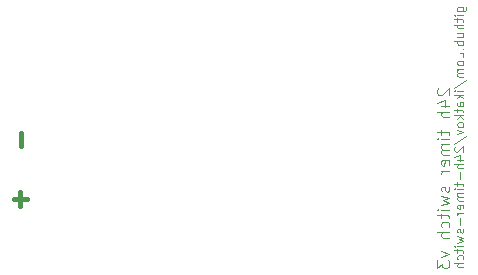
<source format=gbr>
G04 #@! TF.GenerationSoftware,KiCad,Pcbnew,(5.1.12-1-10_14)*
G04 #@! TF.CreationDate,2021-12-20T00:17:04-08:00*
G04 #@! TF.ProjectId,24h-timer-switch,3234682d-7469-46d6-9572-2d7377697463,1*
G04 #@! TF.SameCoordinates,Original*
G04 #@! TF.FileFunction,Legend,Bot*
G04 #@! TF.FilePolarity,Positive*
%FSLAX46Y46*%
G04 Gerber Fmt 4.6, Leading zero omitted, Abs format (unit mm)*
G04 Created by KiCad (PCBNEW (5.1.12-1-10_14)) date 2021-12-20 00:17:04*
%MOMM*%
%LPD*%
G01*
G04 APERTURE LIST*
%ADD10C,0.381000*%
%ADD11C,0.050800*%
%ADD12C,0.100000*%
%ADD13O,1.600000X1.600000*%
%ADD14C,1.600000*%
%ADD15C,1.800000*%
%ADD16R,1.800000X1.800000*%
%ADD17C,2.800000*%
%ADD18R,2.800000X2.800000*%
%ADD19R,1.600000X1.600000*%
%ADD20C,2.000000*%
%ADD21R,3.500000X3.500000*%
G04 APERTURE END LIST*
D10*
X117329857Y-87115468D02*
X117329857Y-88276611D01*
X117910428Y-87696040D02*
X116749285Y-87696040D01*
X117385737Y-82055788D02*
X117385737Y-83216931D01*
D11*
X154319514Y-71736857D02*
X154936371Y-71736857D01*
X155008942Y-71700571D01*
X155045228Y-71664285D01*
X155081514Y-71591714D01*
X155081514Y-71482857D01*
X155045228Y-71410285D01*
X154791228Y-71736857D02*
X154827514Y-71664285D01*
X154827514Y-71519142D01*
X154791228Y-71446571D01*
X154754942Y-71410285D01*
X154682371Y-71374000D01*
X154464657Y-71374000D01*
X154392085Y-71410285D01*
X154355800Y-71446571D01*
X154319514Y-71519142D01*
X154319514Y-71664285D01*
X154355800Y-71736857D01*
X154827514Y-72099714D02*
X154319514Y-72099714D01*
X154065514Y-72099714D02*
X154101800Y-72063428D01*
X154138085Y-72099714D01*
X154101800Y-72136000D01*
X154065514Y-72099714D01*
X154138085Y-72099714D01*
X154319514Y-72353714D02*
X154319514Y-72644000D01*
X154065514Y-72462571D02*
X154718657Y-72462571D01*
X154791228Y-72498857D01*
X154827514Y-72571428D01*
X154827514Y-72644000D01*
X154827514Y-72898000D02*
X154065514Y-72898000D01*
X154827514Y-73224571D02*
X154428371Y-73224571D01*
X154355800Y-73188285D01*
X154319514Y-73115714D01*
X154319514Y-73006857D01*
X154355800Y-72934285D01*
X154392085Y-72898000D01*
X154319514Y-73914000D02*
X154827514Y-73914000D01*
X154319514Y-73587428D02*
X154718657Y-73587428D01*
X154791228Y-73623714D01*
X154827514Y-73696285D01*
X154827514Y-73805142D01*
X154791228Y-73877714D01*
X154754942Y-73914000D01*
X154827514Y-74276857D02*
X154065514Y-74276857D01*
X154355800Y-74276857D02*
X154319514Y-74349428D01*
X154319514Y-74494571D01*
X154355800Y-74567142D01*
X154392085Y-74603428D01*
X154464657Y-74639714D01*
X154682371Y-74639714D01*
X154754942Y-74603428D01*
X154791228Y-74567142D01*
X154827514Y-74494571D01*
X154827514Y-74349428D01*
X154791228Y-74276857D01*
X154754942Y-74966285D02*
X154791228Y-75002571D01*
X154827514Y-74966285D01*
X154791228Y-74930000D01*
X154754942Y-74966285D01*
X154827514Y-74966285D01*
X154791228Y-75655714D02*
X154827514Y-75583142D01*
X154827514Y-75438000D01*
X154791228Y-75365428D01*
X154754942Y-75329142D01*
X154682371Y-75292857D01*
X154464657Y-75292857D01*
X154392085Y-75329142D01*
X154355800Y-75365428D01*
X154319514Y-75438000D01*
X154319514Y-75583142D01*
X154355800Y-75655714D01*
X154827514Y-76091142D02*
X154791228Y-76018571D01*
X154754942Y-75982285D01*
X154682371Y-75946000D01*
X154464657Y-75946000D01*
X154392085Y-75982285D01*
X154355800Y-76018571D01*
X154319514Y-76091142D01*
X154319514Y-76200000D01*
X154355800Y-76272571D01*
X154392085Y-76308857D01*
X154464657Y-76345142D01*
X154682371Y-76345142D01*
X154754942Y-76308857D01*
X154791228Y-76272571D01*
X154827514Y-76200000D01*
X154827514Y-76091142D01*
X154827514Y-76671714D02*
X154319514Y-76671714D01*
X154392085Y-76671714D02*
X154355800Y-76708000D01*
X154319514Y-76780571D01*
X154319514Y-76889428D01*
X154355800Y-76962000D01*
X154428371Y-76998285D01*
X154827514Y-76998285D01*
X154428371Y-76998285D02*
X154355800Y-77034571D01*
X154319514Y-77107142D01*
X154319514Y-77216000D01*
X154355800Y-77288571D01*
X154428371Y-77324857D01*
X154827514Y-77324857D01*
X154029228Y-78232000D02*
X155008942Y-77578857D01*
X154827514Y-78486000D02*
X154319514Y-78486000D01*
X154065514Y-78486000D02*
X154101800Y-78449714D01*
X154138085Y-78486000D01*
X154101800Y-78522285D01*
X154065514Y-78486000D01*
X154138085Y-78486000D01*
X154827514Y-78848857D02*
X154065514Y-78848857D01*
X154537228Y-78921428D02*
X154827514Y-79139142D01*
X154319514Y-79139142D02*
X154609800Y-78848857D01*
X154827514Y-79792285D02*
X154428371Y-79792285D01*
X154355800Y-79756000D01*
X154319514Y-79683428D01*
X154319514Y-79538285D01*
X154355800Y-79465714D01*
X154791228Y-79792285D02*
X154827514Y-79719714D01*
X154827514Y-79538285D01*
X154791228Y-79465714D01*
X154718657Y-79429428D01*
X154646085Y-79429428D01*
X154573514Y-79465714D01*
X154537228Y-79538285D01*
X154537228Y-79719714D01*
X154500942Y-79792285D01*
X154319514Y-80046285D02*
X154319514Y-80336571D01*
X154065514Y-80155142D02*
X154718657Y-80155142D01*
X154791228Y-80191428D01*
X154827514Y-80264000D01*
X154827514Y-80336571D01*
X154827514Y-80590571D02*
X154065514Y-80590571D01*
X154537228Y-80663142D02*
X154827514Y-80880857D01*
X154319514Y-80880857D02*
X154609800Y-80590571D01*
X154827514Y-81316285D02*
X154791228Y-81243714D01*
X154754942Y-81207428D01*
X154682371Y-81171142D01*
X154464657Y-81171142D01*
X154392085Y-81207428D01*
X154355800Y-81243714D01*
X154319514Y-81316285D01*
X154319514Y-81425142D01*
X154355800Y-81497714D01*
X154392085Y-81534000D01*
X154464657Y-81570285D01*
X154682371Y-81570285D01*
X154754942Y-81534000D01*
X154791228Y-81497714D01*
X154827514Y-81425142D01*
X154827514Y-81316285D01*
X154319514Y-81824285D02*
X154827514Y-82005714D01*
X154319514Y-82187142D01*
X154029228Y-83021714D02*
X155008942Y-82368571D01*
X154138085Y-83239428D02*
X154101800Y-83275714D01*
X154065514Y-83348285D01*
X154065514Y-83529714D01*
X154101800Y-83602285D01*
X154138085Y-83638571D01*
X154210657Y-83674857D01*
X154283228Y-83674857D01*
X154392085Y-83638571D01*
X154827514Y-83203142D01*
X154827514Y-83674857D01*
X154319514Y-84328000D02*
X154827514Y-84328000D01*
X154029228Y-84146571D02*
X154573514Y-83965142D01*
X154573514Y-84436857D01*
X154827514Y-84727142D02*
X154065514Y-84727142D01*
X154827514Y-85053714D02*
X154428371Y-85053714D01*
X154355800Y-85017428D01*
X154319514Y-84944857D01*
X154319514Y-84836000D01*
X154355800Y-84763428D01*
X154392085Y-84727142D01*
X154537228Y-85416571D02*
X154537228Y-85997142D01*
X154319514Y-86251142D02*
X154319514Y-86541428D01*
X154065514Y-86360000D02*
X154718657Y-86360000D01*
X154791228Y-86396285D01*
X154827514Y-86468857D01*
X154827514Y-86541428D01*
X154827514Y-86795428D02*
X154319514Y-86795428D01*
X154065514Y-86795428D02*
X154101800Y-86759142D01*
X154138085Y-86795428D01*
X154101800Y-86831714D01*
X154065514Y-86795428D01*
X154138085Y-86795428D01*
X154827514Y-87158285D02*
X154319514Y-87158285D01*
X154392085Y-87158285D02*
X154355800Y-87194571D01*
X154319514Y-87267142D01*
X154319514Y-87376000D01*
X154355800Y-87448571D01*
X154428371Y-87484857D01*
X154827514Y-87484857D01*
X154428371Y-87484857D02*
X154355800Y-87521142D01*
X154319514Y-87593714D01*
X154319514Y-87702571D01*
X154355800Y-87775142D01*
X154428371Y-87811428D01*
X154827514Y-87811428D01*
X154791228Y-88464571D02*
X154827514Y-88392000D01*
X154827514Y-88246857D01*
X154791228Y-88174285D01*
X154718657Y-88138000D01*
X154428371Y-88138000D01*
X154355800Y-88174285D01*
X154319514Y-88246857D01*
X154319514Y-88392000D01*
X154355800Y-88464571D01*
X154428371Y-88500857D01*
X154500942Y-88500857D01*
X154573514Y-88138000D01*
X154827514Y-88827428D02*
X154319514Y-88827428D01*
X154464657Y-88827428D02*
X154392085Y-88863714D01*
X154355800Y-88900000D01*
X154319514Y-88972571D01*
X154319514Y-89045142D01*
X154537228Y-89299142D02*
X154537228Y-89879714D01*
X154791228Y-90206285D02*
X154827514Y-90278857D01*
X154827514Y-90424000D01*
X154791228Y-90496571D01*
X154718657Y-90532857D01*
X154682371Y-90532857D01*
X154609800Y-90496571D01*
X154573514Y-90424000D01*
X154573514Y-90315142D01*
X154537228Y-90242571D01*
X154464657Y-90206285D01*
X154428371Y-90206285D01*
X154355800Y-90242571D01*
X154319514Y-90315142D01*
X154319514Y-90424000D01*
X154355800Y-90496571D01*
X154319514Y-90786857D02*
X154827514Y-90932000D01*
X154464657Y-91077142D01*
X154827514Y-91222285D01*
X154319514Y-91367428D01*
X154827514Y-91657714D02*
X154319514Y-91657714D01*
X154065514Y-91657714D02*
X154101800Y-91621428D01*
X154138085Y-91657714D01*
X154101800Y-91694000D01*
X154065514Y-91657714D01*
X154138085Y-91657714D01*
X154319514Y-91911714D02*
X154319514Y-92202000D01*
X154065514Y-92020571D02*
X154718657Y-92020571D01*
X154791228Y-92056857D01*
X154827514Y-92129428D01*
X154827514Y-92202000D01*
X154791228Y-92782571D02*
X154827514Y-92710000D01*
X154827514Y-92564857D01*
X154791228Y-92492285D01*
X154754942Y-92456000D01*
X154682371Y-92419714D01*
X154464657Y-92419714D01*
X154392085Y-92456000D01*
X154355800Y-92492285D01*
X154319514Y-92564857D01*
X154319514Y-92710000D01*
X154355800Y-92782571D01*
X154827514Y-93109142D02*
X154065514Y-93109142D01*
X154827514Y-93435714D02*
X154428371Y-93435714D01*
X154355800Y-93399428D01*
X154319514Y-93326857D01*
X154319514Y-93218000D01*
X154355800Y-93145428D01*
X154392085Y-93109142D01*
D12*
X152703180Y-78306990D02*
X152654800Y-78355371D01*
X152606419Y-78452133D01*
X152606419Y-78694038D01*
X152654800Y-78790800D01*
X152703180Y-78839180D01*
X152799942Y-78887561D01*
X152896704Y-78887561D01*
X153041847Y-78839180D01*
X153622419Y-78258609D01*
X153622419Y-78887561D01*
X152945085Y-79758419D02*
X153622419Y-79758419D01*
X152558038Y-79516514D02*
X153283752Y-79274609D01*
X153283752Y-79903561D01*
X153622419Y-80290609D02*
X152606419Y-80290609D01*
X153622419Y-80726038D02*
X153090228Y-80726038D01*
X152993466Y-80677657D01*
X152945085Y-80580895D01*
X152945085Y-80435752D01*
X152993466Y-80338990D01*
X153041847Y-80290609D01*
X152945085Y-81838800D02*
X152945085Y-82225847D01*
X152606419Y-81983942D02*
X153477276Y-81983942D01*
X153574038Y-82032323D01*
X153622419Y-82129085D01*
X153622419Y-82225847D01*
X153622419Y-82564514D02*
X152945085Y-82564514D01*
X152606419Y-82564514D02*
X152654800Y-82516133D01*
X152703180Y-82564514D01*
X152654800Y-82612895D01*
X152606419Y-82564514D01*
X152703180Y-82564514D01*
X153622419Y-83048323D02*
X152945085Y-83048323D01*
X153041847Y-83048323D02*
X152993466Y-83096704D01*
X152945085Y-83193466D01*
X152945085Y-83338609D01*
X152993466Y-83435371D01*
X153090228Y-83483752D01*
X153622419Y-83483752D01*
X153090228Y-83483752D02*
X152993466Y-83532133D01*
X152945085Y-83628895D01*
X152945085Y-83774038D01*
X152993466Y-83870800D01*
X153090228Y-83919180D01*
X153622419Y-83919180D01*
X153574038Y-84790038D02*
X153622419Y-84693276D01*
X153622419Y-84499752D01*
X153574038Y-84402990D01*
X153477276Y-84354609D01*
X153090228Y-84354609D01*
X152993466Y-84402990D01*
X152945085Y-84499752D01*
X152945085Y-84693276D01*
X152993466Y-84790038D01*
X153090228Y-84838419D01*
X153186990Y-84838419D01*
X153283752Y-84354609D01*
X153622419Y-85273847D02*
X152945085Y-85273847D01*
X153138609Y-85273847D02*
X153041847Y-85322228D01*
X152993466Y-85370609D01*
X152945085Y-85467371D01*
X152945085Y-85564133D01*
X153574038Y-86628514D02*
X153622419Y-86725276D01*
X153622419Y-86918800D01*
X153574038Y-87015561D01*
X153477276Y-87063942D01*
X153428895Y-87063942D01*
X153332133Y-87015561D01*
X153283752Y-86918800D01*
X153283752Y-86773657D01*
X153235371Y-86676895D01*
X153138609Y-86628514D01*
X153090228Y-86628514D01*
X152993466Y-86676895D01*
X152945085Y-86773657D01*
X152945085Y-86918800D01*
X152993466Y-87015561D01*
X152945085Y-87402609D02*
X153622419Y-87596133D01*
X153138609Y-87789657D01*
X153622419Y-87983180D01*
X152945085Y-88176704D01*
X153622419Y-88563752D02*
X152945085Y-88563752D01*
X152606419Y-88563752D02*
X152654800Y-88515371D01*
X152703180Y-88563752D01*
X152654800Y-88612133D01*
X152606419Y-88563752D01*
X152703180Y-88563752D01*
X152945085Y-88902419D02*
X152945085Y-89289466D01*
X152606419Y-89047561D02*
X153477276Y-89047561D01*
X153574038Y-89095942D01*
X153622419Y-89192704D01*
X153622419Y-89289466D01*
X153574038Y-90063561D02*
X153622419Y-89966800D01*
X153622419Y-89773276D01*
X153574038Y-89676514D01*
X153525657Y-89628133D01*
X153428895Y-89579752D01*
X153138609Y-89579752D01*
X153041847Y-89628133D01*
X152993466Y-89676514D01*
X152945085Y-89773276D01*
X152945085Y-89966800D01*
X152993466Y-90063561D01*
X153622419Y-90498990D02*
X152606419Y-90498990D01*
X153622419Y-90934419D02*
X153090228Y-90934419D01*
X152993466Y-90886038D01*
X152945085Y-90789276D01*
X152945085Y-90644133D01*
X152993466Y-90547371D01*
X153041847Y-90498990D01*
X152945085Y-92095561D02*
X153622419Y-92337466D01*
X152945085Y-92579371D01*
X152606419Y-92869657D02*
X152606419Y-93498609D01*
X152993466Y-93159942D01*
X152993466Y-93305085D01*
X153041847Y-93401847D01*
X153090228Y-93450228D01*
X153186990Y-93498609D01*
X153428895Y-93498609D01*
X153525657Y-93450228D01*
X153574038Y-93401847D01*
X153622419Y-93305085D01*
X153622419Y-93014800D01*
X153574038Y-92918038D01*
X153525657Y-92869657D01*
%LPC*%
D13*
X139014200Y-71018400D03*
D14*
X136474200Y-71018400D03*
D15*
X144170400Y-90779600D03*
D16*
X144170400Y-93319600D03*
D15*
X137388600Y-90779600D03*
D16*
X137388600Y-93319600D03*
D15*
X130581400Y-90779600D03*
D16*
X130581400Y-93319600D03*
D17*
X120269000Y-87981800D03*
D18*
X120269000Y-82981800D03*
D13*
X130810000Y-71018400D03*
D14*
X133350000Y-71018400D03*
X118389400Y-78369800D03*
D19*
X118389400Y-75869800D03*
D13*
X130187700Y-79883000D03*
X137807700Y-87503000D03*
X132727700Y-79883000D03*
X135267700Y-87503000D03*
X135267700Y-79883000D03*
X132727700Y-87503000D03*
X137807700Y-79883000D03*
D19*
X130187700Y-87503000D03*
D20*
X148460600Y-71043800D03*
X148460600Y-75543800D03*
X141960600Y-71043800D03*
X141960600Y-75543800D03*
D13*
X149275800Y-90805000D03*
D14*
X149275800Y-93345000D03*
D13*
X151257000Y-75387200D03*
D14*
X153797000Y-75387200D03*
D21*
X142519400Y-83896200D03*
G36*
G01*
X150019400Y-82896200D02*
X150019400Y-84896200D01*
G75*
G02*
X149269400Y-85646200I-750000J0D01*
G01*
X147769400Y-85646200D01*
G75*
G02*
X147019400Y-84896200I0J750000D01*
G01*
X147019400Y-82896200D01*
G75*
G02*
X147769400Y-82146200I750000J0D01*
G01*
X149269400Y-82146200D01*
G75*
G02*
X150019400Y-82896200I0J-750000D01*
G01*
G37*
G36*
G01*
X147269400Y-78321200D02*
X147269400Y-80071200D01*
G75*
G02*
X146394400Y-80946200I-875000J0D01*
G01*
X144644400Y-80946200D01*
G75*
G02*
X143769400Y-80071200I0J875000D01*
G01*
X143769400Y-78321200D01*
G75*
G02*
X144644400Y-77446200I875000J0D01*
G01*
X146394400Y-77446200D01*
G75*
G02*
X147269400Y-78321200I0J-875000D01*
G01*
G37*
M02*

</source>
